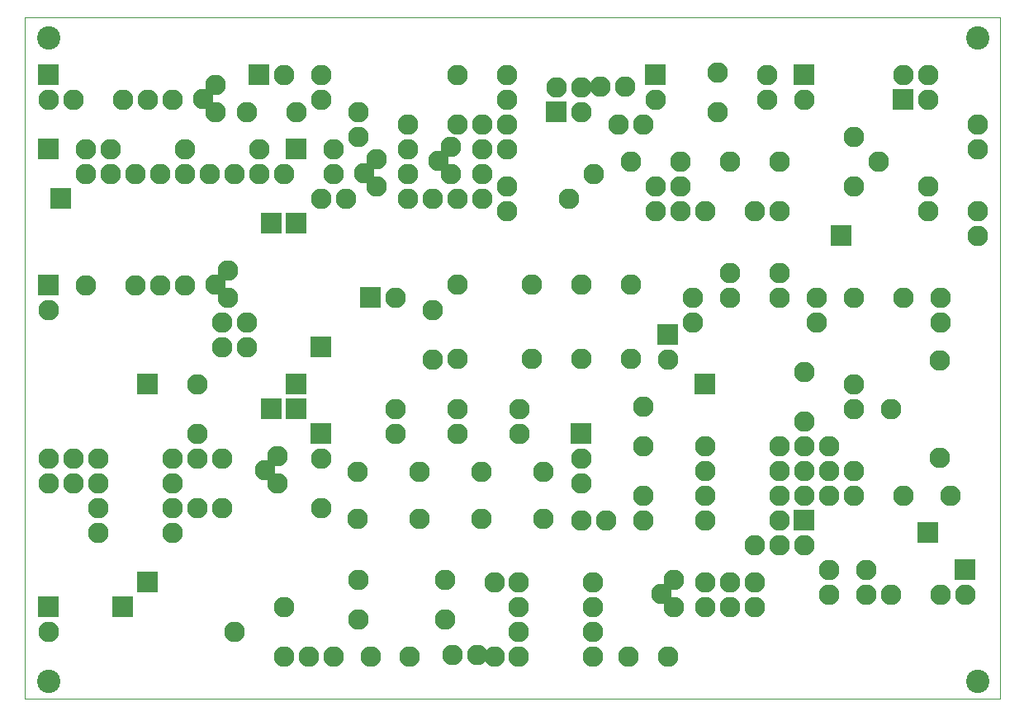
<source format=gbr>
%FSLAX34Y34*%
%MOMM*%
%LNSOLDERMASK_TOP*%
G71*
G01*
%ADD10C, 0.00*%
%ADD11C, 2.40*%
%ADD12C, 2.12*%
%LPD*%
G54D10*
X-50000Y1050000D02*
X950000Y1050000D01*
X950000Y350000D01*
X-50000Y350000D01*
X-50000Y1050000D01*
X-25400Y1028700D02*
G54D11*
D03*
X-25400Y1028700D02*
G54D11*
D03*
X-25400Y1028700D02*
G54D11*
D03*
X927100Y1028700D02*
G54D11*
D03*
X927100Y368300D02*
G54D11*
D03*
X-25400Y368300D02*
G54D11*
D03*
X-25400Y1028700D02*
G54D11*
D03*
X12700Y914400D02*
G54D12*
D03*
X-12700Y863600D02*
G54D12*
D03*
X203200Y838200D02*
G54D12*
D03*
X228600Y838200D02*
G54D12*
D03*
X566178Y978299D02*
G54D12*
D03*
X-25400Y965200D02*
G54D12*
D03*
X0Y965200D02*
G54D12*
D03*
X12700Y889000D02*
G54D12*
D03*
X38100Y889000D02*
G54D12*
D03*
X38100Y914400D02*
G54D12*
D03*
X63500Y889000D02*
G54D12*
D03*
X88900Y889000D02*
G54D12*
D03*
X114300Y914400D02*
G54D12*
D03*
X114300Y889000D02*
G54D12*
D03*
X139700Y889000D02*
G54D12*
D03*
X165100Y889000D02*
G54D12*
D03*
X190500Y889000D02*
G54D12*
D03*
X215900Y889000D02*
G54D12*
D03*
X190500Y914400D02*
G54D12*
D03*
X177800Y952500D02*
G54D12*
D03*
X145766Y952171D02*
G54D12*
D03*
X133066Y966171D02*
G54D12*
D03*
X145766Y980171D02*
G54D12*
D03*
X101600Y965200D02*
G54D12*
D03*
X76200Y965200D02*
G54D12*
D03*
X50800Y965200D02*
G54D12*
D03*
X12700Y774700D02*
G54D12*
D03*
X-25400Y749300D02*
G54D12*
D03*
X63500Y774700D02*
G54D12*
D03*
X88900Y774700D02*
G54D12*
D03*
X114300Y774700D02*
G54D12*
D03*
X145766Y775671D02*
G54D12*
D03*
X158466Y789671D02*
G54D12*
D03*
X158466Y761671D02*
G54D12*
D03*
X254000Y863600D02*
G54D12*
D03*
X266700Y889000D02*
G54D12*
D03*
X266700Y914400D02*
G54D12*
D03*
X292100Y927100D02*
G54D12*
D03*
X292100Y952500D02*
G54D12*
D03*
X310866Y903971D02*
G54D12*
D03*
X298166Y889971D02*
G54D12*
D03*
X310866Y875971D02*
G54D12*
D03*
X279400Y863600D02*
G54D12*
D03*
X342900Y863600D02*
G54D12*
D03*
X342900Y889000D02*
G54D12*
D03*
X342900Y914400D02*
G54D12*
D03*
X342900Y939800D02*
G54D12*
D03*
X215900Y990600D02*
G54D12*
D03*
X254000Y990600D02*
G54D12*
D03*
X254000Y965200D02*
G54D12*
D03*
X228600Y952500D02*
G54D12*
D03*
X393700Y990600D02*
G54D12*
D03*
X444500Y965200D02*
G54D12*
D03*
X444500Y990600D02*
G54D12*
D03*
X520700Y977900D02*
G54D12*
D03*
X540778Y978299D02*
G54D12*
D03*
X520700Y952500D02*
G54D12*
D03*
X495300Y977900D02*
G54D12*
D03*
X444500Y914400D02*
G54D12*
D03*
X444500Y939800D02*
G54D12*
D03*
X419100Y939800D02*
G54D12*
D03*
X419100Y914400D02*
G54D12*
D03*
X393700Y939800D02*
G54D12*
D03*
X387066Y916671D02*
G54D12*
D03*
X374366Y902671D02*
G54D12*
D03*
X387066Y888671D02*
G54D12*
D03*
X419100Y889000D02*
G54D12*
D03*
X444500Y876300D02*
G54D12*
D03*
X444500Y850900D02*
G54D12*
D03*
X419100Y863600D02*
G54D12*
D03*
X393700Y863600D02*
G54D12*
D03*
X330200Y762000D02*
G54D12*
D03*
X394085Y774935D02*
G54D12*
D03*
X368300Y749300D02*
G54D12*
D03*
X470285Y774935D02*
G54D12*
D03*
X521085Y774935D02*
G54D12*
D03*
X571885Y774935D02*
G54D12*
D03*
X635000Y762000D02*
G54D12*
D03*
X673100Y762000D02*
G54D12*
D03*
X723900Y762000D02*
G54D12*
D03*
X762000Y762000D02*
G54D12*
D03*
X800100Y762000D02*
G54D12*
D03*
X673100Y787400D02*
G54D12*
D03*
X723900Y787400D02*
G54D12*
D03*
X850900Y762000D02*
G54D12*
D03*
X889000Y762000D02*
G54D12*
D03*
X927100Y850900D02*
G54D12*
D03*
X927100Y825500D02*
G54D12*
D03*
X889000Y736600D02*
G54D12*
D03*
X762000Y736600D02*
G54D12*
D03*
X635000Y736600D02*
G54D12*
D03*
X609600Y698500D02*
G54D12*
D03*
X571885Y698735D02*
G54D12*
D03*
X521085Y698735D02*
G54D12*
D03*
X470285Y698735D02*
G54D12*
D03*
X394085Y698735D02*
G54D12*
D03*
X368300Y698500D02*
G54D12*
D03*
X127000Y673100D02*
G54D12*
D03*
X127000Y622300D02*
G54D12*
D03*
X127000Y596900D02*
G54D12*
D03*
X152400Y596900D02*
G54D12*
D03*
X101600Y596900D02*
G54D12*
D03*
X101600Y571500D02*
G54D12*
D03*
X101600Y546100D02*
G54D12*
D03*
X127000Y546100D02*
G54D12*
D03*
X152400Y546100D02*
G54D12*
D03*
X101600Y520700D02*
G54D12*
D03*
X25400Y596900D02*
G54D12*
D03*
X25400Y571500D02*
G54D12*
D03*
X25400Y546100D02*
G54D12*
D03*
X25400Y520700D02*
G54D12*
D03*
X0Y571500D02*
G54D12*
D03*
X0Y596900D02*
G54D12*
D03*
X-25400Y571500D02*
G54D12*
D03*
X-25400Y596900D02*
G54D12*
D03*
X-25400Y419100D02*
G54D12*
D03*
X-25400Y368300D02*
G54D12*
D03*
X-25400Y1028700D02*
G54D12*
D03*
X927100Y1028700D02*
G54D12*
D03*
X927100Y368300D02*
G54D12*
D03*
X888200Y697700D02*
G54D12*
D03*
X888200Y597700D02*
G54D12*
D03*
X899300Y558800D02*
G54D12*
D03*
X838200Y647700D02*
G54D12*
D03*
X800100Y673100D02*
G54D12*
D03*
X800100Y647700D02*
G54D12*
D03*
X876300Y876300D02*
G54D12*
D03*
X876300Y850900D02*
G54D12*
D03*
X927100Y914400D02*
G54D12*
D03*
X927100Y939800D02*
G54D12*
D03*
X876300Y965200D02*
G54D12*
D03*
X876300Y990600D02*
G54D12*
D03*
X850900Y990600D02*
G54D12*
D03*
X800100Y927100D02*
G54D12*
D03*
X825500Y901700D02*
G54D12*
D03*
X800100Y876300D02*
G54D12*
D03*
X723900Y850900D02*
G54D12*
D03*
X698500Y850900D02*
G54D12*
D03*
X673100Y901700D02*
G54D12*
D03*
X723900Y901700D02*
G54D12*
D03*
X711200Y965200D02*
G54D12*
D03*
X749300Y965200D02*
G54D12*
D03*
X711200Y990600D02*
G54D12*
D03*
X660400Y992500D02*
G54D12*
D03*
X660400Y952500D02*
G54D12*
D03*
X584200Y939800D02*
G54D12*
D03*
X596900Y965200D02*
G54D12*
D03*
X558800Y939800D02*
G54D12*
D03*
X533400Y889000D02*
G54D12*
D03*
X508000Y863600D02*
G54D12*
D03*
X571500Y901700D02*
G54D12*
D03*
X596900Y876300D02*
G54D12*
D03*
X622300Y901700D02*
G54D12*
D03*
X622300Y876300D02*
G54D12*
D03*
X622300Y850900D02*
G54D12*
D03*
X596900Y850900D02*
G54D12*
D03*
X647700Y850900D02*
G54D12*
D03*
X165100Y419100D02*
G54D12*
D03*
X215900Y393700D02*
G54D12*
D03*
X215900Y444500D02*
G54D12*
D03*
X241300Y393700D02*
G54D12*
D03*
X266700Y393700D02*
G54D12*
D03*
X304800Y393700D02*
G54D12*
D03*
X292100Y431800D02*
G54D12*
D03*
X292100Y471800D02*
G54D12*
D03*
X381000Y471800D02*
G54D12*
D03*
X381000Y431800D02*
G54D12*
D03*
X344800Y393700D02*
G54D12*
D03*
X388726Y395177D02*
G54D12*
D03*
X414126Y395177D02*
G54D12*
D03*
X431800Y393700D02*
G54D12*
D03*
X457051Y393690D02*
G54D12*
D03*
X533251Y393690D02*
G54D12*
D03*
X569600Y393700D02*
G54D12*
D03*
X609600Y393700D02*
G54D12*
D03*
X615666Y444171D02*
G54D12*
D03*
X615666Y472171D02*
G54D12*
D03*
X602966Y458171D02*
G54D12*
D03*
X533251Y419090D02*
G54D12*
D03*
X533251Y444491D02*
G54D12*
D03*
X533251Y469890D02*
G54D12*
D03*
X457051Y469890D02*
G54D12*
D03*
X457051Y444491D02*
G54D12*
D03*
X457051Y419090D02*
G54D12*
D03*
X431800Y469900D02*
G54D12*
D03*
X481750Y534950D02*
G54D12*
D03*
X418250Y534950D02*
G54D12*
D03*
X457200Y622300D02*
G54D12*
D03*
X457200Y647700D02*
G54D12*
D03*
X393700Y647700D02*
G54D12*
D03*
X393700Y622300D02*
G54D12*
D03*
X418250Y583350D02*
G54D12*
D03*
X354750Y583350D02*
G54D12*
D03*
X330200Y622300D02*
G54D12*
D03*
X330200Y647700D02*
G54D12*
D03*
X254000Y596900D02*
G54D12*
D03*
X291250Y583350D02*
G54D12*
D03*
X291250Y534950D02*
G54D12*
D03*
X254000Y546100D02*
G54D12*
D03*
X209266Y571171D02*
G54D12*
D03*
X196566Y585171D02*
G54D12*
D03*
X209266Y599171D02*
G54D12*
D03*
X520700Y533400D02*
G54D12*
D03*
X520700Y571500D02*
G54D12*
D03*
X481750Y583350D02*
G54D12*
D03*
X520700Y596900D02*
G54D12*
D03*
X584200Y649600D02*
G54D12*
D03*
X584200Y609600D02*
G54D12*
D03*
X584200Y558800D02*
G54D12*
D03*
X584200Y533400D02*
G54D12*
D03*
X546100Y533400D02*
G54D12*
D03*
X647700Y609600D02*
G54D12*
D03*
X647700Y584200D02*
G54D12*
D03*
X647700Y558800D02*
G54D12*
D03*
X647700Y533400D02*
G54D12*
D03*
X723900Y533400D02*
G54D12*
D03*
X723900Y558800D02*
G54D12*
D03*
X723900Y584200D02*
G54D12*
D03*
X723900Y609600D02*
G54D12*
D03*
X749300Y609600D02*
G54D12*
D03*
X749300Y635000D02*
G54D12*
D03*
X749300Y685800D02*
G54D12*
D03*
X774700Y609600D02*
G54D12*
D03*
X774700Y584200D02*
G54D12*
D03*
X774700Y558800D02*
G54D12*
D03*
X749300Y584200D02*
G54D12*
D03*
X749300Y558800D02*
G54D12*
D03*
X800100Y558800D02*
G54D12*
D03*
X800100Y584200D02*
G54D12*
D03*
X850900Y558800D02*
G54D12*
D03*
X914400Y457200D02*
G54D12*
D03*
X889000Y457200D02*
G54D12*
D03*
X838200Y457200D02*
G54D12*
D03*
X812800Y457200D02*
G54D12*
D03*
X812800Y482600D02*
G54D12*
D03*
X774700Y482600D02*
G54D12*
D03*
X774700Y457200D02*
G54D12*
D03*
X749300Y508000D02*
G54D12*
D03*
X723900Y508000D02*
G54D12*
D03*
X698500Y508000D02*
G54D12*
D03*
X698500Y469900D02*
G54D12*
D03*
X698500Y444500D02*
G54D12*
D03*
X673100Y444500D02*
G54D12*
D03*
X673100Y469900D02*
G54D12*
D03*
X647700Y469900D02*
G54D12*
D03*
X647700Y444500D02*
G54D12*
D03*
G36*
X-36000Y1001200D02*
X-14800Y1001200D01*
X-14800Y980000D01*
X-36000Y980000D01*
X-36000Y1001200D01*
G37*
G36*
X-36000Y925000D02*
X-14800Y925000D01*
X-14800Y903800D01*
X-36000Y903800D01*
X-36000Y925000D01*
G37*
G36*
X-23300Y874200D02*
X-2100Y874200D01*
X-2100Y853000D01*
X-23300Y853000D01*
X-23300Y874200D01*
G37*
G36*
X179900Y1001200D02*
X201100Y1001200D01*
X201100Y980000D01*
X179900Y980000D01*
X179900Y1001200D01*
G37*
G36*
X218000Y925000D02*
X239200Y925000D01*
X239200Y903800D01*
X218000Y903800D01*
X218000Y925000D01*
G37*
G36*
X218000Y848800D02*
X239200Y848800D01*
X239200Y827600D01*
X218000Y827600D01*
X218000Y848800D01*
G37*
G36*
X192600Y848800D02*
X213800Y848800D01*
X213800Y827600D01*
X192600Y827600D01*
X192600Y848800D01*
G37*
G36*
X484700Y963100D02*
X505900Y963100D01*
X505900Y941900D01*
X484700Y941900D01*
X484700Y963100D01*
G37*
G36*
X840300Y975800D02*
X861500Y975800D01*
X861500Y954600D01*
X840300Y954600D01*
X840300Y975800D01*
G37*
G36*
X738700Y1001200D02*
X759900Y1001200D01*
X759900Y980000D01*
X738700Y980000D01*
X738700Y1001200D01*
G37*
G36*
X586300Y1001200D02*
X607500Y1001200D01*
X607500Y980000D01*
X586300Y980000D01*
X586300Y1001200D01*
G37*
G36*
X599000Y734500D02*
X620200Y734500D01*
X620200Y713300D01*
X599000Y713300D01*
X599000Y734500D01*
G37*
G36*
X294200Y772600D02*
X315400Y772600D01*
X315400Y751400D01*
X294200Y751400D01*
X294200Y772600D01*
G37*
G36*
X-36000Y785300D02*
X-14800Y785300D01*
X-14800Y764100D01*
X-36000Y764100D01*
X-36000Y785300D01*
G37*
G36*
X243400Y721800D02*
X264600Y721800D01*
X264600Y700600D01*
X243400Y700600D01*
X243400Y721800D01*
G37*
G36*
X65600Y683700D02*
X86800Y683700D01*
X86800Y662500D01*
X65600Y662500D01*
X65600Y683700D01*
G37*
G36*
X218000Y683700D02*
X239200Y683700D01*
X239200Y662500D01*
X218000Y662500D01*
X218000Y683700D01*
G37*
G36*
X218000Y658300D02*
X239200Y658300D01*
X239200Y637100D01*
X218000Y637100D01*
X218000Y658300D01*
G37*
G36*
X192600Y658300D02*
X213800Y658300D01*
X213800Y637100D01*
X192600Y637100D01*
X192600Y658300D01*
G37*
G36*
X243400Y721800D02*
X264600Y721800D01*
X264600Y700600D01*
X243400Y700600D01*
X243400Y721800D01*
G37*
G36*
X637100Y683700D02*
X658300Y683700D01*
X658300Y662500D01*
X637100Y662500D01*
X637100Y683700D01*
G37*
G36*
X510100Y632900D02*
X531300Y632900D01*
X531300Y611700D01*
X510100Y611700D01*
X510100Y632900D01*
G37*
G36*
X243400Y632900D02*
X264600Y632900D01*
X264600Y611700D01*
X243400Y611700D01*
X243400Y632900D01*
G37*
G36*
X-36000Y455100D02*
X-14800Y455100D01*
X-14800Y433900D01*
X-36000Y433900D01*
X-36000Y455100D01*
G37*
G36*
X40200Y455100D02*
X61400Y455100D01*
X61400Y433900D01*
X40200Y433900D01*
X40200Y455100D01*
G37*
G36*
X65600Y480500D02*
X86800Y480500D01*
X86800Y459300D01*
X65600Y459300D01*
X65600Y480500D01*
G37*
G36*
X738700Y544000D02*
X759900Y544000D01*
X759900Y522800D01*
X738700Y522800D01*
X738700Y544000D01*
G37*
G36*
X903800Y493200D02*
X925000Y493200D01*
X925000Y472000D01*
X903800Y472000D01*
X903800Y493200D01*
G37*
X354750Y534950D02*
G54D12*
D03*
X368300Y863600D02*
G54D12*
D03*
G36*
X776800Y836100D02*
X798000Y836100D01*
X798000Y814900D01*
X776800Y814900D01*
X776800Y836100D01*
G37*
G36*
X776800Y836100D02*
X798000Y836100D01*
X798000Y814900D01*
X776800Y814900D01*
X776800Y836100D01*
G37*
X152400Y736600D02*
G54D12*
D03*
X177800Y736600D02*
G54D12*
D03*
X152400Y711200D02*
G54D12*
D03*
X177800Y711200D02*
G54D12*
D03*
G36*
X865700Y531300D02*
X886900Y531300D01*
X886900Y510100D01*
X865700Y510100D01*
X865700Y531300D01*
G37*
M02*

</source>
